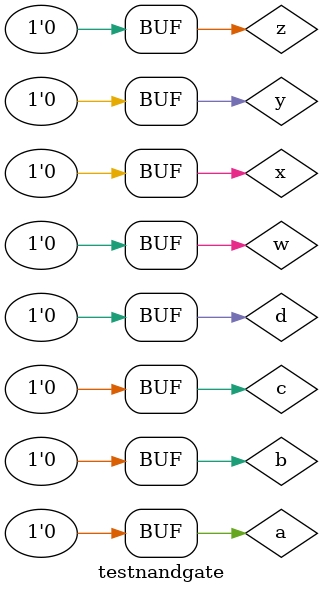
<source format=v>


  module nandgate(output s, input m,n);
    assign s=~(m&n);
  endmodule // nandgate
  
  
// --------------------------
// -- test nand gate
// --------------------------
  module testnandgate;
  
  
// -------------------------- dados locais
  reg  x,y,w,z,a,b,c,d;
  wire s1,s2,s3,s4,s5,s6,s7,s8,s9,s10,s11,s12,s13,s14,s15,s16,s17,s18,s19,s20,s21,s22;
  
  
// -------------------------- instancia
  nandgate NAND1(s1,x,x);
  nandgate NAND2(s2,y,y);
  nandgate NAND3(s3,w,w);
  nandgate NAND4(s4,z,z);
  nandgate NAND5(s5,a,a);
  nandgate NAND6(s6,b,b);
  nandgate NAND7(s7,c,c);
  nandgate NAND8(s8,d,d);
  nandgate NAND9(s9,s1,s2);  
  nandgate NAND10(s10,s3,s4);
  nandgate NAND11(s11,s5,s6);
  nandgate NAND12(s12,s7,s8);
  nandgate NAND13(s13,s9,s9);
  nandgate NAND14(s14,s10,s10);
  nandgate NAND15(s15,s11,s11);
  nandgate NAND16(s16,s12,s12);
  nandgate NAND17(s17,s13,s14);
  nandgate NAND18(s18,s15,s16);
  nandgate NAND19(s19,s17,s17);
  nandgate NAND20(s20,s18,s18);
  nandgate NAND21(s21,s19,s20);
  nandgate NAND22(s22,s21,s21);

// -------------------------- preparacao
  initial begin:start
    x=0; y=0; w=0; z=0; a=0; b=0; c=0; d=0;
  end
  
  
// -------------------------- parte principal
  initial begin:main
    $display("Extras - Isabel Bicalho Amaro - 451580");
	 $display("Test NAND gate");
	 $display("\nx y w z a b c d  [(~x~y)(~w~z)][(~a~b)(~c~d)]\n");
	 $monitor("%b %b %b %b %b %b %b %b  %b",x,y,w,z,a,b,c,d,s22);
  #1 x=0; y=0; w=0; z=0; a=0; b=0; c=0; d=0;
  end
  
endmodule // testnandgate


// --    Extras - Isabel Bicalho Amaro - 451580
// --    Test NAND gate
// --    
// --    x y w z a b c d  [(~x~y)(~w~z)][(~a~b)(~c~d)]
// --    
// --    0 0 0 0 0 0 0 0  1
</source>
